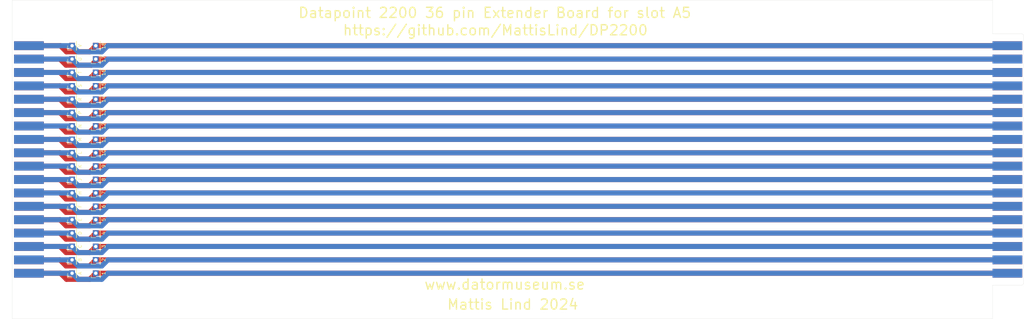
<source format=kicad_pcb>
(kicad_pcb (version 20240108) (generator "pcbnew") (generator_version "8.0")
  (layers (0 "F.Cu" signal) (31 "B.Cu" signal) (34 "B.Paste" user) (35 "F.Paste" user) (36 "B.SilkS" user "B.Silkscreen") (37 "F.SilkS" user "F.Silkscreen") (38 "B.Mask" user) (39 "F.Mask" user) (44 "Edge.Cuts" user))
  (net 0 "")
  (net 1 "/7")
  (net 2 "/2")
  (net 3 "/15")
  (net 4 "/11")
  (net 5 "/K")
  (net 6 "/N")
  (net 7 "/18")
  (net 8 "/H")
  (net 9 "/E")
  (net 10 "/13")
  (net 11 "/A")
  (net 12 "/L")
  (net 13 "/5")
  (net 14 "/17")
  (net 15 "/T")
  (net 16 "/P")
  (net 17 "/C")
  (net 18 "/M")
  (net 19 "/J")
  (net 20 "/R")
  (net 21 "/F")
  (net 22 "/S")
  (net 23 "/8")
  (net 24 "/V")
  (net 25 "/1")
  (net 26 "/12")
  (net 27 "/B")
  (net 28 "/10")
  (net 29 "/U")
  (net 30 "/6")
  (net 31 "/16")
  (net 32 "/D")
  (net 33 "/3")
  (net 34 "/4")
  (net 35 "/9")
  (net 36 "/14")
  (footprint "Connector_PinHeader_2.54mm:PinHeader_1x01_P2.54mm_Vertical" (layer "F.Cu") (at 78 143.24 90)
    (property "Reference" "J9" (hide yes))
    (property "Value" "H" (at 0 2.33 -90) (layer "F.SilkS"))
    (pad "1" thru_hole rect (at 0 0 90) (size 1.7 1.7) (drill 1) (layers "*.Cu" "*.Mask") (net 8 "/H"))
  )
  (footprint "Connector_PinHeader_2.54mm:PinHeader_1x01_P2.54mm_Vertical" (layer "F.Cu") (at 78 147.2 90)
    (property "Reference" "J8" (hide yes))
    (property "Value" "F" (at 0 2.33 -90) (layer "F.SilkS"))
    (pad "1" thru_hole rect (at 0 0 90) (size 1.7 1.7) (drill 1) (layers "*.Cu" "*.Mask") (net 21 "/F"))
  )
  (footprint "Connector_PinHeader_2.54mm:PinHeader_1x01_P2.54mm_Vertical" (layer "F.Cu") (at 85 159.08 90)
    (property "Reference" "J23" (hide yes))
    (property "Value" "3" (at 0 2.33 -90) (layer "F.SilkS"))
    (pad "1" thru_hole rect (at 0 0 90) (size 1.7 1.7) (drill 1) (layers "*.Cu" "*.Mask") (net 33 "/3"))
  )
  (footprint "Connector_PinHeader_2.54mm:PinHeader_1x01_P2.54mm_Vertical" (layer "F.Cu") (at 85 151.16 90)
    (property "Reference" "J25" (hide yes))
    (property "Value" "5" (at 0 2.33 -90) (layer "F.SilkS"))
    (pad "1" thru_hole rect (at 0 0 90) (size 1.7 1.7) (drill 1) (layers "*.Cu" "*.Mask") (net 13 "/5"))
  )
  (footprint "Connector_PinHeader_2.54mm:PinHeader_1x01_P2.54mm_Vertical" (layer "F.Cu") (at 78 151.16 90)
    (property "Reference" "J7" (hide yes))
    (property "Value" "E" (at 0 2.33 -90) (layer "F.SilkS"))
    (pad "1" thru_hole rect (at 0 0 90) (size 1.7 1.7) (drill 1) (layers "*.Cu" "*.Mask") (net 9 "/E"))
  )
  (footprint "Connector_PinHeader_2.54mm:PinHeader_1x01_P2.54mm_Vertical" (layer "F.Cu") (at 85 131.36 90)
    (property "Reference" "J30" (hide yes))
    (property "Value" "10" (at 0 2.33 -90) (layer "F.SilkS"))
    (pad "1" thru_hole rect (at 0 0 90) (size 1.7 1.7) (drill 1) (layers "*.Cu" "*.Mask") (net 28 "/10"))
  )
  (footprint "Connector_PinHeader_2.54mm:PinHeader_1x01_P2.54mm_Vertical" (layer "F.Cu") (at 85 127.4 90)
    (property "Reference" "J31" (hide yes))
    (property "Value" "11" (at 0 2.33 -90) (layer "F.SilkS"))
    (pad "1" thru_hole rect (at 0 0 90) (size 1.7 1.7) (drill 1) (layers "*.Cu" "*.Mask") (net 4 "/11"))
  )
  (footprint "Connector_PinHeader_2.54mm:PinHeader_1x01_P2.54mm_Vertical" (layer "F.Cu") (at 85 135.32 90)
    (property "Reference" "J29" (hide yes))
    (property "Value" "9" (at 0 2.33 -90) (layer "F.SilkS"))
    (pad "1" thru_hole rect (at 0 0 90) (size 1.7 1.7) (drill 1) (layers "*.Cu" "*.Mask") (net 35 "/9"))
  )
  (footprint "Connector_PinHeader_2.54mm:PinHeader_1x01_P2.54mm_Vertical" (layer "F.Cu") (at 85 147.2 90)
    (property "Reference" "J26" (hide yes))
    (property "Value" "6" (at 0 2.33 -90) (layer "F.SilkS"))
    (pad "1" thru_hole rect (at 0 0 90) (size 1.7 1.7) (drill 1) (layers "*.Cu" "*.Mask") (net 30 "/6"))
  )
  (footprint "CompLibFootprint:Datapoint_2200_36pin_female" (layer "F.Cu") (at 56.92 167.03 90)
    (property "Reference" "J1" (hide yes))
    (property "Value" "~")
    (pad "1" smd rect (at 0.03 8.3 90) (size 2.6 8.8) (layers "F.Cu" "F.Mask") (net 25 "/1"))
    (pad "2" smd rect (at 3.99 8.3 90) (size 2.6 8.8) (layers "F.Cu" "F.Mask") (net 2 "/2"))
    (pad "3" smd rect (at 7.95 8.3 90) (size 2.6 8.8) (layers "F.Cu" "F.Mask") (net 33 "/3"))
    (pad "4" smd rect (at 11.91 8.3 90) (size 2.6 8.8) (layers "F.Cu" "F.Mask") (net 34 "/4"))
    (pad "5" smd rect (at 15.87 8.3 90) (size 2.6 8.8) (layers "F.Cu" "F.Mask") (net 13 "/5"))
    (pad "6" smd rect (at 19.83 8.3 90) (size 2.6 8.8) (layers "F.Cu" "F.Mask") (net 30 "/6"))
    (pad "7" smd rect (at 23.79 8.3 90) (size 2.6 8.8) (layers "F.Cu" "F.Mask") (net 1 "/7"))
    (pad "8" smd rect (at 27.75 8.3 90) (size 2.6 8.8) (layers "F.Cu" "F.Mask") (net 23 "/8"))
    (pad "9" smd rect (at 31.71 8.3 90) (size 2.6 8.8) (layers "F.Cu" "F.Mask") (net 35 "/9"))
    (pad "10" smd rect (at 35.67 8.3 90) (size 2.6 8.8) (layers "F.Cu" "F.Mask") (net 28 "/10"))
    (pad "11" smd rect (at 39.63 8.3 90) (size 2.6 8.8) (layers "F.Cu" "F.Mask") (net 4 "/11"))
    (pad "12" smd rect (at 43.59 8.3 90) (size 2.6 8.8) (layers "F.Cu" "F.Mask") (net 26 "/12"))
    (pad "13" smd rect (at 47.55 8.3 90) (size 2.6 8.8) (layers "F.Cu" "F.Mask") (net 10 "/13"))
    (pad "14" smd rect (at 51.51 8.3 90) (size 2.6 8.8) (layers "F.Cu" "F.Mask") (net 36 "/14"))
    (pad "15" smd rect (at 55.47 8.3 90) (size 2.6 8.8) (layers "F.Cu" "F.Mask") (net 3 "/15"))
    (pad "16" smd rect (at 59.43 8.3 90) (size 2.6 8.8) (layers "F.Cu" "F.Mask") (net 31 "/16"))
    (pad "17" smd rect (at 63.39 8.3 90) (size 2.6 8.8) (layers "F.Cu" "F.Mask") (net 14 "/17"))
    (pad "18" smd rect (at 67.35 8.3 90) (size 2.6 8.8) (layers "F.Cu" "F.Mask") (net 7 "/18"))
    (pad "A" smd rect (at 0.03 8.3 90) (size 2.6 8.8) (layers "B.Cu" "B.Mask") (net 11 "/A"))
    (pad "B" smd rect (at 3.99 8.3 90) (size 2.6 8.8) (layers "B.Cu" "B.Mask") (net 27 "/B"))
    (pad "C" smd rect (at 7.95 8.3 90) (size 2.6 8.8) (layers "B.Cu" "B.Mask") (net 17 "/C"))
    (pad "D" smd rect (at 11.91 8.3 90) (size 2.6 8.8) (layers "B.Cu" "B.Mask") (net 32 "/D"))
    (pad "E" smd rect (at 15.87 8.3 90) (size 2.6 8.8) (layers "B.Cu" "B.Mask") (net 9 "/E"))
    (pad "F" smd rect (at 19.83 8.3 90) (size 2.6 8.8) (layers "B.Cu" "B.Mask") (net 21 "/F"))
    (pad "H" smd rect (at 23.79 8.3 90) (size 2.6 8.8) (layers "B.Cu" "B.Mask") (net 8 "/H"))
    (pad "J" smd rect (at 27.75 8.3 90) (size 2.6 8.8) (layers "B.Cu" "B.Mask") (net 19 "/J"))
    (pad "K" smd rect (at 31.71 8.3 90) (size 2.6 8.8) (layers "B.Cu" "B.Mask") (net 5 "/K"))
    (pad "L" smd rect (at 35.67 8.3 90) (size 2.6 8.8) (layers "B.Cu" "B.Mask") (net 12 "/L"))
    (pad "M" smd rect (at 39.63 8.3 90) (size 2.6 8.8) (layers "B.Cu" "B.Mask") (net 18 "/M"))
    (pad "N" smd rect (at 43.59 8.3 90) (size 2.6 8.8) (layers "B.Cu" "B.Mask") (net 6 "/N"))
    (pad "P" smd rect (at 47.55 8.3 90) (size 2.6 8.8) (layers "B.Cu" "B.Mask") (net 16 "/P"))
    (pad "R" smd rect (at 51.51 8.3 90) (size 2.6 8.8) (layers "B.Cu" "B.Mask") (net 20 "/R"))
    (pad "S" smd rect (at 55.47 8.3 90) (size 2.6 8.8) (layers "B.Cu" "B.Mask") (net 22 "/S"))
    (pad "T" smd rect (at 59.43 8.3 90) (size 2.6 8.8) (layers "B.Cu" "B.Mask") (net 15 "/T"))
    (pad "U" smd rect (at 63.39 8.3 90) (size 2.6 8.8) (layers "B.Cu" "B.Mask") (net 29 "/U"))
    (pad "V" smd rect (at 67.35 8.3 90) (size 2.6 8.8) (layers "B.Cu" "B.Mask") (net 24 "/V"))
  )
  (footprint "Connector_PinHeader_2.54mm:PinHeader_1x01_P2.54mm_Vertical" (layer "F.Cu") (at 78 167 90)
    (property "Reference" "J3" (hide yes))
    (property "Value" "A" (at 0 2.33 -90) (layer "F.SilkS"))
    (pad "1" thru_hole rect (at 0 0 90) (size 1.7 1.7) (drill 1) (layers "*.Cu" "*.Mask") (net 11 "/A"))
  )
  (footprint "Connector_PinHeader_2.54mm:PinHeader_1x01_P2.54mm_Vertical" (layer "F.Cu") (at 85 111.56 90)
    (property "Reference" "J35" (hide yes))
    (property "Value" "15" (at 0 2.33 -90) (layer "F.SilkS"))
    (pad "1" thru_hole rect (at 0 0 90) (size 1.7 1.7) (drill 1) (layers "*.Cu" "*.Mask") (net 3 "/15"))
  )
  (footprint "Connector_PinHeader_2.54mm:PinHeader_1x01_P2.54mm_Vertical" (layer "F.Cu") (at 78 131.36 90)
    (property "Reference" "J12" (hide yes))
    (property "Value" "L" (at 0 2.33 -90) (layer "F.SilkS"))
    (pad "1" thru_hole rect (at 0 0 90) (size 1.7 1.7) (drill 1) (layers "*.Cu" "*.Mask") (net 12 "/L"))
  )
  (footprint "Connector_PinHeader_2.54mm:PinHeader_1x01_P2.54mm_Vertical" (layer "F.Cu") (at 78 123.44 90)
    (property "Reference" "J14" (hide yes))
    (property "Value" "N" (at 0 2.33 -90) (layer "F.SilkS"))
    (pad "1" thru_hole rect (at 0 0 90) (size 1.7 1.7) (drill 1) (layers "*.Cu" "*.Mask") (net 6 "/N"))
  )
  (footprint "Connector_PinHeader_2.54mm:PinHeader_1x01_P2.54mm_Vertical" (layer "F.Cu") (at 85 143.24 90)
    (property "Reference" "J27" (hide yes))
    (property "Value" "7" (at 0 2.33 -90) (layer "F.SilkS"))
    (pad "1" thru_hole rect (at 0 0 90) (size 1.7 1.7) (drill 1) (layers "*.Cu" "*.Mask") (net 1 "/7"))
  )
  (footprint "Connector_PinHeader_2.54mm:PinHeader_1x01_P2.54mm_Vertical" (layer "F.Cu") (at 78 115.52 90)
    (property "Reference" "J16" (hide yes))
    (property "Value" "R" (at 0 2.33 -90) (layer "F.SilkS"))
    (pad "1" thru_hole rect (at 0 0 90) (size 1.7 1.7) (drill 1) (layers "*.Cu" "*.Mask") (net 20 "/R"))
  )
  (footprint "CompLibFootprint:Datapoint_2200_36pin_male" (layer "F.Cu") (at 346.72 170.9 90)
    (property "Reference" "J2" (hide yes))
    (property "Value" "~")
    (fp_line (start 74.72 12.4) (end 74.72 3.6) (stroke (width 0.05)) (layer "Edge.Cuts"))
    (fp_line (start 74.72 12.4) (end 74.32 12.9) (stroke (width 0.05)) (layer "Edge.Cuts"))
    (fp_line (start 0.4 12.4) (end 0.4 3.6) (stroke (width 0.05)) (layer "Edge.Cuts"))
    (fp_line (start 57.37 12.9) (end 74.32 12.9) (stroke (width 0.05)) (layer "Edge.Cuts"))
    (fp_line (start 57.37 12.9) (end 57.35 12.9) (stroke (width 0.05)) (layer "Edge.Cuts"))
    (fp_line (start 57.35 12.9) (end 2.6 12.9) (stroke (width 0.05)) (layer "Edge.Cuts"))
    (fp_line (start 2.6 12.9) (end 0.9 12.9) (stroke (width 0.05)) (layer "Edge.Cuts"))
    (fp_line (start 0.9 12.9) (end 0.4 12.4) (stroke (width 0.05)) (layer "Edge.Cuts"))
    (pad "1" smd rect (at 3.9 8 90) (size 2.6 8.8) (layers "F.Cu" "F.Mask") (net 25 "/1"))
    (pad "2" smd rect (at 7.86 8 90) (size 2.6 8.8) (layers "F.Cu" "F.Mask") (net 2 "/2"))
    (pad "3" smd rect (at 11.82 8 90) (size 2.6 8.8) (layers "F.Cu" "F.Mask") (net 33 "/3"))
    (pad "4" smd rect (at 15.78 8 90) (size 2.6 8.8) (layers "F.Cu" "F.Mask") (net 34 "/4"))
    (pad "5" smd rect (at 19.74 8 90) (size 2.6 8.8) (layers "F.Cu" "F.Mask") (net 13 "/5"))
    (pad "6" smd rect (at 23.7 8 90) (size 2.6 8.8) (layers "F.Cu" "F.Mask") (net 30 "/6"))
    (pad "7" smd rect (at 27.66 8 90) (size 2.6 8.8) (layers "F.Cu" "F.Mask") (net 1 "/7"))
    (pad "8" smd rect (at 31.62 8 90) (size 2.6 8.8) (layers "F.Cu" "F.Mask") (net 23 "/8"))
    (pad "9" smd rect (at 35.58 8 90) (size 2.6 8.8) (layers "F.Cu" "F.Mask") (net 35 "/9"))
    (pad "10" smd rect (at 39.54 8 90) (size 2.6 8.8) (layers "F.Cu" "F.Mask") (net 28 "/10"))
    (pad "11" smd rect (at 43.5 8 90) (size 2.6 8.8) (layers "F.Cu" "F.Mask") (net 4 "/11"))
    (pad "12" smd rect (at 47.46 8 90) (size 2.6 8.8) (layers "F.Cu" "F.Mask") (net 26 "/12"))
    (pad "13" smd rect (at 51.42 8 90) (size 2.6 8.8) (layers "F.Cu" "F.Mask") (net 10 "/13"))
    (pad "14" smd rect (at 55.38 8 90) (size 2.6 8.8) (layers "F.Cu" "F.Mask") (net 36 "/14"))
    (pad "15" smd rect (at 59.34 8 90) (size 2.6 8.8) (layers "F.Cu" "F.Mask") (net 3 "/15"))
    (pad "16" smd rect (at 63.3 8 90) (size 2.6 8.8) (layers "F.Cu" "F.Mask") (net 31 "/16"))
    (pad "17" smd rect (at 67.26 8 90) (size 2.6 8.8) (layers "F.Cu" "F.Mask") (net 14 "/17"))
    (pad "18" smd rect (at 71.22 8 90) (size 2.6 8.8) (layers "F.Cu" "F.Mask") (net 7 "/18"))
    (pad "A" smd rect (at 3.9 8 90) (size 2.6 8.8) (layers "B.Cu" "B.Mask") (net 11 "/A"))
    (pad "B" smd rect (at 7.86 8 90) (size 2.6 8.8) (layers "B.Cu" "B.Mask") (net 27 "/B"))
    (pad "C" smd rect (at 11.82 8 90) (size 2.6 8.8) (layers "B.Cu" "B.Mask") (net 17 "/C"))
    (pad "D" smd rect (at 15.78 8 90) (size 2.6 8.8) (layers "B.Cu" "B.Mask") (net 32 "/D"))
    (pad "E" smd rect (at 19.74 8 90) (size 2.6 8.8) (layers "B.Cu" "B.Mask") (net 9 "/E"))
    (pad "F" smd rect (at 23.7 8 90) (size 2.6 8.8) (layers "B.Cu" "B.Mask") (net 21 "/F"))
    (pad "H" smd rect (at 27.66 8 90) (size 2.6 8.8) (layers "B.Cu" "B.Mask") (net 8 "/H"))
    (pad "J" smd rect (at 31.62 8 90) (size 2.6 8.8) (layers "B.Cu" "B.Mask") (net 19 "/J"))
    (pad "K" smd rect (at 35.58 8 90) (size 2.6 8.8) (layers "B.Cu" "B.Mask") (net 5 "/K"))
    (pad "L" smd rect (at 39.54 8 90) (size 2.6 8.8) (layers "B.Cu" "B.Mask") (net 12 "/L"))
    (pad "M" smd rect (at 43.5 8 90) (size 2.6 8.8) (layers "B.Cu" "B.Mask") (net 18 "/M"))
    (pad "N" smd rect (at 47.46 8 90) (size 2.6 8.8) (layers "B.Cu" "B.Mask") (net 6 "/N"))
    (pad "P" smd rect (at 51.42 8 90) (size 2.6 8.8) (layers "B.Cu" "B.Mask") (net 16 "/P"))
    (pad "R" smd rect (at 55.38 8 90) (size 2.6 8.8) (layers "B.Cu" "B.Mask") (net 20 "/R"))
    (pad "S" smd rect (at 59.34 8 90) (size 2.6 8.8) (layers "B.Cu" "B.Mask") (net 22 "/S"))
    (pad "T" smd rect (at 63.3 8 90) (size 2.6 8.8) (layers "B.Cu" "B.Mask") (net 15 "/T"))
    (pad "U" smd rect (at 67.26 8 90) (size 2.6 8.8) (layers "B.Cu" "B.Mask") (net 29 "/U"))
    (pad "V" smd rect (at 71.22 8 90) (size 2.6 8.8) (layers "B.Cu" "B.Mask") (net 24 "/V"))
  )
  (footprint "Connector_PinHeader_2.54mm:PinHeader_1x01_P2.54mm_Vertical" (layer "F.Cu") (at 85 99.68 90)
    (property "Reference" "J38" (hide yes))
    (property "Value" "18" (at 0 2.33 -90) (layer "F.SilkS"))
    (pad "1" thru_hole rect (at 0 0 90) (size 1.7 1.7) (drill 1) (layers "*.Cu" "*.Mask") (net 7 "/18"))
  )
  (footprint "Connector_PinHeader_2.54mm:PinHeader_1x01_P2.54mm_Vertical" (layer "F.Cu") (at 78 99.68 90)
    (property "Reference" "J20" (hide yes))
    (property "Value" "V" (at 0 2.33 -90) (layer "F.SilkS"))
    (pad "1" thru_hole rect (at 0 0 90) (size 1.7 1.7) (drill 1) (layers "*.Cu" "*.Mask") (net 24 "/V"))
  )
  (footprint "Connector_PinHeader_2.54mm:PinHeader_1x01_P2.54mm_Vertical" (layer "F.Cu") (at 78 111.56 90)
    (property "Reference" "J17" (hide yes))
    (property "Value" "S" (at 0 2.33 -90) (layer "F.SilkS"))
    (pad "1" thru_hole rect (at 0 0 90) (size 1.7 1.7) (drill 1) (layers "*.Cu" "*.Mask") (net 22 "/S"))
  )
  (footprint "Connector_PinHeader_2.54mm:PinHeader_1x01_P2.54mm_Vertical" (layer "F.Cu") (at 85 139.28 90)
    (property "Reference" "J28" (hide yes))
    (property "Value" "8" (at 0 2.33 -90) (layer "F.SilkS"))
    (pad "1" thru_hole rect (at 0 0 90) (size 1.7 1.7) (drill 1) (layers "*.Cu" "*.Mask") (net 23 "/8"))
  )
  (footprint "Connector_PinHeader_2.54mm:PinHeader_1x01_P2.54mm_Vertical" (layer "F.Cu") (at 85 123.44 90)
    (property "Reference" "J32" (hide yes))
    (property "Value" "12" (at 0 2.33 -90) (layer "F.SilkS"))
    (pad "1" thru_hole rect (at 0 0 90) (size 1.7 1.7) (drill 1) (layers "*.Cu" "*.Mask") (net 26 "/12"))
  )
  (footprint "Connector_PinHeader_2.54mm:PinHeader_1x01_P2.54mm_Vertical" (layer "F.Cu") (at 78 119.48 90)
    (property "Reference" "J15" (hide yes))
    (property "Value" "P" (at 0 2.33 -90) (layer "F.SilkS"))
    (pad "1" thru_hole rect (at 0 0 90) (size 1.7 1.7) (drill 1) (layers "*.Cu" "*.Mask") (net 16 "/P"))
  )
  (footprint "Connector_PinHeader_2.54mm:PinHeader_1x01_P2.54mm_Vertical" (layer "F.Cu") (at 85 103.64 90)
    (property "Reference" "J37" (hide yes))
    (property "Value" "17" (at 0 2.33 -90) (layer "F.SilkS"))
    (pad "1" thru_hole rect (at 0 0 90) (size 1.7 1.7) (drill 1) (layers "*.Cu" "*.Mask") (net 14 "/17"))
  )
  (footprint "Connector_PinHeader_2.54mm:PinHeader_1x01_P2.54mm_Vertical" (layer "F.Cu") (at 78 163.04 90)
    (property "Reference" "J4" (hide yes))
    (property "Value" "B" (at 0 2.33 -90) (layer "F.SilkS"))
    (pad "1" thru_hole rect (at 0 0 90) (size 1.7 1.7) (drill 1) (layers "*.Cu" "*.Mask") (net 27 "/B"))
  )
  (footprint "Connector_PinHeader_2.54mm:PinHeader_1x01_P2.54mm_Vertical" (layer "F.Cu") (at 78 127.4 90)
    (property "Reference" "J13" (hide yes))
    (property "Value" "M" (at 0 2.33 -90) (layer "F.SilkS"))
    (pad "1" thru_hole rect (at 0 0 90) (size 1.7 1.7) (drill 1) (layers "*.Cu" "*.Mask") (net 18 "/M"))
  )
  (footprint "Connector_PinHeader_2.54mm:PinHeader_1x01_P2.54mm_Vertical" (layer "F.Cu") (at 78 139.28 90)
    (property "Reference" "J10" (hide yes))
    (property "Value" "J" (at 0 2.33 -90) (layer "F.SilkS"))
    (pad "1" thru_hole rect (at 0 0 90) (size 1.7 1.7) (drill 1) (layers "*.Cu" "*.Mask") (net 19 "/J"))
  )
  (footprint "Connector_PinHeader_2.54mm:PinHeader_1x01_P2.54mm_Vertical" (layer "F.Cu") (at 85 107.6 90)
    (property "Reference" "J36" (hide yes))
    (property "Value" "16" (at 0 2.33 -90) (layer "F.SilkS"))
    (pad "1" thru_hole rect (at 0 0 90) (size 1.7 1.7) (drill 1) (layers "*.Cu" "*.Mask") (net 31 "/16"))
  )
  (footprint "Connector_PinHeader_2.54mm:PinHeader_1x01_P2.54mm_Vertical" (layer "F.Cu") (at 78 107.6 90)
    (property "Reference" "J18" (hide yes))
    (property "Value" "T" (at 0 2.33 -90) (layer "F.SilkS"))
    (pad "1" thru_hole rect (at 0 0 90) (size 1.7 1.7) (drill 1) (layers "*.Cu" "*.Mask") (net 15 "/T"))
  )
  (footprint "Connector_PinHeader_2.54mm:PinHeader_1x01_P2.54mm_Vertical" (layer "F.Cu") (at 78 159.08 90)
    (property "Reference" "J5" (hide yes))
    (property "Value" "C" (at 0 2.33 -90) (layer "F.SilkS"))
    (pad "1" thru_hole rect (at 0 0 90) (size 1.7 1.7) (drill 1) (layers "*.Cu" "*.Mask") (net 17 "/C"))
  )
  (footprint "Connector_PinHeader_2.54mm:PinHeader_1x01_P2.54mm_Vertical" (layer "F.Cu") (at 85 163.04 90)
    (property "Reference" "J22" (hide yes))
    (property "Value" "2" (at 0 2.33 -90) (layer "F.SilkS"))
    (pad "1" thru_hole rect (at 0 0 90) (size 1.7 1.7) (drill 1) (layers "*.Cu" "*.Mask") (net 2 "/2"))
  )
  (footprint "Connector_PinHeader_2.54mm:PinHeader_1x01_P2.54mm_Vertical" (layer "F.Cu") (at 85 115.52 90)
    (property "Reference" "J34" (hide yes))
    (property "Value" "14" (at 0 2.33 -90) (layer "F.SilkS"))
    (pad "1" thru_hole rect (at 0 0 90) (size 1.7 1.7) (drill 1) (layers "*.Cu" "*.Mask") (net 36 "/14"))
  )
  (footprint "Connector_PinHeader_2.54mm:PinHeader_1x01_P2.54mm_Vertical" (layer "F.Cu") (at 85 167 90)
    (property "Reference" "J21" (hide yes))
    (property "Value" "1" (at 0 2.33 -90) (layer "F.SilkS"))
    (pad "1" thru_hole rect (at 0 0 90) (size 1.7 1.7) (drill 1) (layers "*.Cu" "*.Mask") (net 25 "/1"))
  )
  (footprint "Connector_PinHeader_2.54mm:PinHeader_1x01_P2.54mm_Vertical" (layer "F.Cu") (at 85 155.12 90)
    (property "Reference" "J24" (hide yes))
    (property "Value" "4" (at 0 2.33 -90) (layer "F.SilkS"))
    (pad "1" thru_hole rect (at 0 0 90) (size 1.7 1.7) (drill 1) (layers "*.Cu" "*.Mask") (net 34 "/4"))
  )
  (footprint "Connector_PinHeader_2.54mm:PinHeader_1x01_P2.54mm_Vertical" (layer "F.Cu") (at 85 119.48 90)
    (property "Reference" "J33" (hide yes))
    (property "Value" "13" (at 0 2.33 -90) (layer "F.SilkS"))
    (pad "1" thru_hole rect (at 0 0 90) (size 1.7 1.7) (drill 1) (layers "*.Cu" "*.Mask") (net 10 "/13"))
  )
  (footprint "Connector_PinHeader_2.54mm:PinHeader_1x01_P2.54mm_Vertical" (layer "F.Cu") (at 78 103.64 90)
    (property "Reference" "J19" (hide yes))
    (property "Value" "U" (at 0 2.33 -90) (layer "F.SilkS"))
    (pad "1" thru_hole rect (at 0 0 90) (size 1.7 1.7) (drill 1) (layers "*.Cu" "*.Mask") (net 29 "/U"))
  )
  (footprint "Connector_PinHeader_2.54mm:PinHeader_1x01_P2.54mm_Vertical" (layer "F.Cu") (at 78 135.32 90)
    (property "Reference" "J11" (hide yes))
    (property "Value" "K" (at 0 2.33 -90) (layer "F.SilkS"))
    (pad "1" thru_hole rect (at 0 0 90) (size 1.7 1.7) (drill 1) (layers "*.Cu" "*.Mask") (net 5 "/K"))
  )
  (footprint "Connector_PinHeader_2.54mm:PinHeader_1x01_P2.54mm_Vertical" (layer "F.Cu") (at 78 155.12 90)
    (property "Reference" "J6" (hide yes))
    (property "Value" "D" (at 0 2.33 -90) (layer "F.SilkS"))
    (pad "1" thru_hole rect (at 0 0 90) (size 1.7 1.7) (drill 1) (layers "*.Cu" "*.Mask") (net 32 "/D"))
  )
  (gr_line (start 350.32 180.5) (end 60.32 180.5) (stroke (width 0.05)) (layer "Edge.Cuts"))
  (gr_line (start 350.32 170.5) (end 350.32 180.5) (stroke (width 0.05)) (layer "Edge.Cuts"))
  (gr_line (start 350.32 96.18) (end 350.32 86.18) (stroke (width 0.05)) (layer "Edge.Cuts"))
  (gr_line (start 350.32 86.18) (end 60.32 86.18) (stroke (width 0.05)) (layer "Edge.Cuts"))
  (gr_line (start 60.32 180.5) (end 60.32 86.18) (stroke (width 0.05)) (layer "Edge.Cuts"))
  (gr_text "https://github.com/MattisLind/DP2200" (at 157.91 96.85 0) (layer "F.SilkS") (effects (font (size 3 3) (thickness 0.4)) (justify left bottom)))
  (gr_text "Datapoint 2200 36 pin Extender Board for slot A5" (at 144.73 91.7 0) (layer "F.SilkS") (effects (font (size 3 3) (thickness 0.4)) (justify left bottom)))
  (gr_text "Mattis Lind 2024" (at 188.75 177.99 0) (layer "F.SilkS") (effects (font (size 3 3) (thickness 0.4)) (justify left bottom)))
  (gr_text "www.datormuseum.se" (at 182.02 172.07 0) (layer "F.SilkS") (effects (font (size 3 3) (thickness 0.4)) (justify left bottom)))
  (segment (start 65.22 143.24) (end 74.4 143.24) (width 1.5) (layer "F.Cu") (net 1))
  (segment (start 74.4 143.24) (end 76.2 145.04) (width 1.5) (layer "F.Cu") (net 1))
  (segment (start 85 143.24) (end 354.72 143.24) (width 1.5) (layer "F.Cu") (net 1))
  (segment (start 76.2 145.04) (end 83.2 145.04) (width 1.5) (layer "F.Cu") (net 1))
  (segment (start 83.2 145.04) (end 85 143.24) (width 1.5) (layer "F.Cu") (net 1))
  (segment (start 76.2 164.84) (end 83.2 164.84) (width 1.5) (layer "F.Cu") (net 2))
  (segment (start 83.2 164.84) (end 85 163.04) (width 1.5) (layer "F.Cu") (net 2))
  (segment (start 354.72 163.04) (end 85 163.04) (width 1.5) (layer "F.Cu") (net 2))
  (segment (start 74.4 163.04) (end 76.2 164.84) (width 1.5) (layer "F.Cu") (net 2))
  (segment (start 65.22 163.04) (end 74.4 163.04) (width 1.5) (layer "F.Cu") (net 2))
  (segment (start 85 111.56) (end 354.72 111.56) (width 1.5) (layer "F.Cu") (net 3))
  (segment (start 74.4 111.56) (end 76.2 113.36) (width 1.5) (layer "F.Cu") (net 3))
  (segment (start 65.22 111.56) (end 74.4 111.56) (width 1.5) (layer "F.Cu") (net 3))
  (segment (start 76.2 113.36) (end 83.2 113.36) (width 1.5) (layer "F.Cu") (net 3))
  (segment (start 83.2 113.36) (end 85 111.56) (width 1.5) (layer "F.Cu") (net 3))
  (segment (start 83.2 129.2) (end 85 127.4) (width 1.5) (layer "F.Cu") (net 4))
  (segment (start 74.4 127.4) (end 76.2 129.2) (width 1.5) (layer "F.Cu") (net 4))
  (segment (start 76.2 129.2) (end 83.2 129.2) (width 1.5) (layer "F.Cu") (net 4))
  (segment (start 65.22 127.4) (end 74.4 127.4) (width 1.5) (layer "F.Cu") (net 4))
  (segment (start 85 127.4) (end 354.72 127.4) (width 1.5) (layer "F.Cu") (net 4))
  (segment (start 78 135.32) (end 65.22 135.32) (width 1.5) (layer "B.Cu") (net 5))
  (segment (start 88.6 135.32) (end 86.8 137.12) (width 1.5) (layer "B.Cu") (net 5))
  (segment (start 354.72 135.32) (end 88.6 135.32) (width 1.5) (layer "B.Cu") (net 5))
  (segment (start 86.8 137.12) (end 79.8 137.12) (width 1.5) (layer "B.Cu") (net 5))
  (segment (start 79.8 137.12) (end 78 135.32) (width 1.5) (layer "B.Cu") (net 5))
  (segment (start 88.6 123.44) (end 86.8 125.24) (width 1.5) (layer "B.Cu") (net 6))
  (segment (start 78 123.44) (end 65.22 123.44) (width 1.5) (layer "B.Cu") (net 6))
  (segment (start 354.72 123.44) (end 88.6 123.44) (width 1.5) (layer "B.Cu") (net 6))
  (segment (start 79.8 125.24) (end 78 123.44) (width 1.5) (layer "B.Cu") (net 6))
  (segment (start 86.8 125.24) (end 79.8 125.24) (width 1.5) (layer "B.Cu") (net 6))
  (segment (start 74.51 99.68) (end 65.22 99.68) (width 1.5) (layer "F.Cu") (net 7))
  (segment (start 354.72 99.68) (end 85 99.68) (width 1.5) (layer "F.Cu") (net 7))
  (segment (start 76.31 101.48) (end 74.51 99.68) (width 1.5) (layer "F.Cu") (net 7))
  (segment (start 83.2 101.48) (end 76.31 101.48) (width 1.5) (layer "F.Cu") (net 7))
  (segment (start 85 99.68) (end 83.2 101.48) (width 1.5) (layer "F.Cu") (net 7))
  (segment (start 86.8 145.04) (end 79.8 145.04) (width 1.5) (layer "B.Cu") (net 8))
  (segment (start 79.8 145.04) (end 78 143.24) (width 1.5) (layer "B.Cu") (net 8))
  (segment (start 354.72 143.24) (end 88.6 143.24) (width 1.5) (layer "B.Cu") (net 8))
  (segment (start 78 143.24) (end 65.22 143.24) (width 1.5) (layer "B.Cu") (net 8))
  (segment (start 88.6 143.24) (end 86.8 145.04) (width 1.5) (layer "B.Cu") (net 8))
  (segment (start 88.6 151.16) (end 86.8 152.96) (width 1.5) (layer "B.Cu") (net 9))
  (segment (start 354.72 151.16) (end 88.6 151.16) (width 1.5) (layer "B.Cu") (net 9))
  (segment (start 79.8 152.96) (end 78 151.16) (width 1.5) (layer "B.Cu") (net 9))
  (segment (start 78 151.16) (end 65.22 151.16) (width 1.5) (layer "B.Cu") (net 9))
  (segment (start 86.8 152.96) (end 79.8 152.96) (width 1.5) (layer "B.Cu") (net 9))
  (segment (start 76.2 121.28) (end 83.2 121.28) (width 1.5) (layer "F.Cu") (net 10))
  (segment (start 74.4 119.48) (end 76.2 121.28) (width 1.5) (layer "F.Cu") (net 10))
  (segment (start 65.22 119.48) (end 74.4 119.48) (width 1.5) (layer "F.Cu") (net 10))
  (segment (start 83.2 121.28) (end 85 119.48) (width 1.5) (layer "F.Cu") (net 10))
  (segment (start 85 119.48) (end 354.72 119.48) (width 1.5) (layer "F.Cu") (net 10))
  (segment (start 88.58 167) (end 86.78 168.8) (width 1.5) (layer "B.Cu") (net 11))
  (segment (start 86.78 168.8) (end 79.8 168.8) (width 1.5) (layer "B.Cu") (net 11))
  (segment (start 78 167) (end 65.22 167) (width 1.5) (layer "B.Cu") (net 11))
  (segment (start 354.72 167) (end 88.58 167) (width 1.5) (layer "B.Cu") (net 11))
  (segment (start 79.8 168.8) (end 78 167) (width 1.5) (layer "B.Cu") (net 11))
  (segment (start 86.8 133.16) (end 79.8 133.16) (width 1.5) (layer "B.Cu") (net 12))
  (segment (start 79.8 133.16) (end 78 131.36) (width 1.5) (layer "B.Cu") (net 12))
  (segment (start 88.6 131.36) (end 86.8 133.16) (width 1.5) (layer "B.Cu") (net 12))
  (segment (start 78 131.36) (end 65.22 131.36) (width 1.5) (layer "B.Cu") (net 12))
  (segment (start 354.72 131.36) (end 88.6 131.36) (width 1.5) (layer "B.Cu") (net 12))
  (segment (start 83.2 152.96) (end 85 151.16) (width 1.5) (layer "F.Cu") (net 13))
  (segment (start 65.22 151.16) (end 74.4 151.16) (width 1.5) (layer "F.Cu") (net 13))
  (segment (start 74.4 151.16) (end 76.2 152.96) (width 1.5) (layer "F.Cu") (net 13))
  (segment (start 76.2 152.96) (end 83.2 152.96) (width 1.5) (layer "F.Cu") (net 13))
  (segment (start 85 151.16) (end 354.72 151.16) (width 1.5) (layer "F.Cu") (net 13))
  (segment (start 83.73 105.44) (end 85.53 103.64) (width 1.5) (layer "F.Cu") (net 14))
  (segment (start 85 103.64) (end 354.72 103.64) (width 1.5) (layer "F.Cu") (net 14))
  (segment (start 65.22 103.64) (end 74.4 103.64) (width 1.5) (layer "F.Cu") (net 14))
  (segment (start 76.2 105.44) (end 83.73 105.44) (width 1.5) (layer "F.Cu") (net 14))
  (segment (start 74.4 103.64) (end 76.2 105.44) (width 1.5) (layer "F.Cu") (net 14))
  (segment (start 79.8 109.4) (end 78 107.6) (width 1.5) (layer "B.Cu") (net 15))
  (segment (start 354.72 107.6) (end 88.37 107.6) (width 1.5) (layer "B.Cu") (net 15))
  (segment (start 86.57 109.4) (end 79.8 109.4) (width 1.5) (layer "B.Cu") (net 15))
  (segment (start 88.37 107.6) (end 86.57 109.4) (width 1.5) (layer "B.Cu") (net 15))
  (segment (start 78 107.6) (end 65.22 107.6) (width 1.5) (layer "B.Cu") (net 15))
  (segment (start 86.8 121.28) (end 79.8 121.28) (width 1.5) (layer "B.Cu") (net 16))
  (segment (start 88.6 119.48) (end 86.8 121.28) (width 1.5) (layer "B.Cu") (net 16))
  (segment (start 79.8 121.28) (end 78 119.48) (width 1.5) (layer "B.Cu") (net 16))
  (segment (start 354.72 119.48) (end 88.6 119.48) (width 1.5) (layer "B.Cu") (net 16))
  (segment (start 78 119.48) (end 65.22 119.48) (width 1.5) (layer "B.Cu") (net 16))
  (segment (start 354.72 159.08) (end 88.6 159.08) (width 1.5) (layer "B.Cu") (net 17))
  (segment (start 79.8 160.88) (end 78 159.08) (width 1.5) (layer "B.Cu") (net 17))
  (segment (start 86.8 160.88) (end 79.8 160.88) (width 1.5) (layer "B.Cu") (net 17))
  (segment (start 88.6 159.08) (end 86.8 160.88) (width 1.5) (layer "B.Cu") (net 17))
  (segment (start 78 159.08) (end 65.22 159.08) (width 1.5) (layer "B.Cu") (net 17))
  (segment (start 78 127.4) (end 65.22 127.4) (width 1.5) (layer "B.Cu") (net 18))
  (segment (start 79.8 129.2) (end 78 127.4) (width 1.5) (layer "B.Cu") (net 18))
  (segment (start 354.72 127.4) (end 88.6 127.4) (width 1.5) (layer "B.Cu") (net 18))
  (segment (start 88.6 127.4) (end 86.8 129.2) (width 1.5) (layer "B.Cu") (net 18))
  (segment (start 86.8 129.2) (end 79.8 129.2) (width 1.5) (layer "B.Cu") (net 18))
  (segment (start 79.8 141.08) (end 78 139.28) (width 1.5) (layer "B.Cu") (net 19))
  (segment (start 354.72 139.28) (end 88.6 139.28) (width 1.5) (layer "B.Cu") (net 19))
  (segment (start 78 139.28) (end 65.22 139.28) (width 1.5) (layer "B.Cu") (net 19))
  (segment (start 88.6 139.28) (end 86.8 141.08) (width 1.5) (layer "B.Cu") (net 19))
  (segment (start 86.8 141.08) (end 79.8 141.08) (width 1.5) (layer "B.Cu") (net 19))
  (segment (start 88.6 115.52) (end 86.8 117.32) (width 1.5) (layer "B.Cu") (net 20))
  (segment (start 79.7 117.32) (end 77.9 115.52) (width 1.5) (layer "B.Cu") (net 20))
  (segment (start 354.72 115.52) (end 88.6 115.52) (width 1.5) (layer "B.Cu") (net 20))
  (segment (start 86.8 117.32) (end 79.7 117.32) (width 1.5) (layer "B.Cu") (net 20))
  (segment (start 78 115.52) (end 65.22 115.52) (width 1.5) (layer "B.Cu") (net 20))
  (segment (start 88.6 147.2) (end 86.8 149) (width 1.5) (layer "B.Cu") (net 21))
  (segment (start 354.72 147.2) (end 88.6 147.2) (width 1.5) (layer "B.Cu") (net 21))
  (segment (start 79.8 149) (end 78 147.2) (width 1.5) (layer "B.Cu") (net 21))
  (segment (start 78 147.2) (end 65.22 147.2) (width 1.5) (layer "B.Cu") (net 21))
  (segment (start 86.8 149) (end 79.8 149) (width 1.5) (layer "B.Cu") (net 21))
  (segment (start 88.6 111.56) (end 86.8 113.36) (width 1.5) (layer "B.Cu") (net 22))
  (segment (start 78 111.56) (end 65.22 111.56) (width 1.5) (layer "B.Cu") (net 22))
  (segment (start 79.8 113.36) (end 78 111.56) (width 1.5) (layer "B.Cu") (net 22))
  (segment (start 86.8 113.36) (end 79.8 113.36) (width 1.5) (layer "B.Cu") (net 22))
  (segment (start 354.72 111.56) (end 88.6 111.56) (width 1.5) (layer "B.Cu") (net 22))
  (segment (start 76.2 141.08) (end 83.2 141.08) (width 1.5) (layer "F.Cu") (net 23))
  (segment (start 65.22 139.28) (end 74.4 139.28) (width 1.5) (layer "F.Cu") (net 23))
  (segment (start 83.2 141.08) (end 85 139.28) (width 1.5) (layer "F.Cu") (net 23))
  (segment (start 354.72 139.28) (end 85 139.28) (width 1.5) (layer "F.Cu") (net 23))
  (segment (start 74.4 139.28) (end 76.2 141.08) (width 1.5) (layer "F.Cu") (net 23))
  (segment (start 86.8 101.48) (end 79.8 101.48) (width 1.5) (layer "B.Cu") (net 24))
  (segment (start 65.22 99.68) (end 78 99.68) (width 1.5) (layer "B.Cu") (net 24))
  (segment (start 354.72 99.68) (end 88.6 99.68) (width 1.5) (layer "B.Cu") (net 24))
  (segment (start 79.8 101.48) (end 78 99.68) (width 1.5) (layer "B.Cu") (net 24))
  (segment (start 88.6 99.68) (end 86.8 101.48) (width 1.5) (layer "B.Cu") (net 24))
  (segment (start 76.35 168.8) (end 83.2 168.8) (width 1.5) (layer "F.Cu") (net 25))
  (segment (start 74.55 167) (end 76.35 168.8) (width 1.5) (layer "F.Cu") (net 25))
  (segment (start 65.22 167) (end 74.55 167) (width 1.5) (layer "F.Cu") (net 25))
  (segment (start 83.2 168.8) (end 85 167) (width 1.5) (layer "F.Cu") (net 25))
  (segment (start 354.72 167) (end 85 167) (width 1.5) (layer "F.Cu") (net 25))
  (segment (start 76.2 125.24) (end 83.2 125.24) (width 1.5) (layer "F.Cu") (net 26))
  (segment (start 354.72 123.44) (end 85 123.44) (width 1.5) (layer "F.Cu") (net 26))
  (segment (start 65.22 123.44) (end 74.4 123.44) (width 1.5) (layer "F.Cu") (net 26))
  (segment (start 74.4 123.44) (end 76.2 125.24) (width 1.5) (layer "F.Cu") (net 26))
  (segment (start 83.2 125.24) (end 85 123.44) (width 1.5) (layer "F.Cu") (net 26))
  (segment (start 78 163.04) (end 65.22 163.04) (width 1.5) (layer "B.Cu") (net 27))
  (segment (start 79.8 164.84) (end 78 163.04) (width 1.5) (layer "B.Cu") (net 27))
  (segment (start 354.72 163.04) (end 88.6 163.04) (width 1.5) (layer "B.Cu") (net 27))
  (segment (start 88.6 163.04) (end 86.8 164.84) (width 1.5) (layer "B.Cu") (net 27))
  (segment (start 86.8 164.84) (end 79.8 164.84) (width 1.5) (layer "B.Cu") (net 27))
  (segment (start 354.72 131.36) (end 85 131.36) (width 1.5) (layer "F.Cu") (net 28))
  (segment (start 85 131.36) (end 83.2 133.16) (width 1.5) (layer "F.Cu") (net 28))
  (segment (start 74.4 131.36) (end 65.22 131.36) (width 1.5) (layer "F.Cu") (net 28))
  (segment (start 76.2 133.16) (end 74.4 131.36) (width 1.5) (layer "F.Cu") (net 28))
  (segment (start 83.2 133.16) (end 76.2 133.16) (width 1.5) (layer "F.Cu") (net 28))
  (segment (start 354.72 103.64) (end 88.6 103.64) (width 1.5) (layer "B.Cu") (net 29))
  (segment (start 78 103.64) (end 65.22 103.64) (width 1.5) (layer "B.Cu") (net 29))
  (segment (start 86.8 105.44) (end 79.8 105.44) (width 1.5) (layer "B.Cu") (net 29))
  (segment (start 79.8 105.44) (end 78 103.64) (width 1.5) (layer "B.Cu") (net 29))
  (segment (start 88.6 103.64) (end 86.8 105.44) (width 1.5) (layer "B.Cu") (net 29))
  (segment (start 74.4 147.2) (end 76.2 149) (width 1.5) (layer "F.Cu") (net 30))
  (segment (start 76.2 149) (end 83.2 149) (width 1.5) (layer "F.Cu") (net 30))
  (segment (start 354.72 147.2) (end 85 147.2) (width 1.5) (layer "F.Cu") (net 30))
  (segment (start 65.22 147.2) (end 74.4 147.2) (width 1.5) (layer "F.Cu") (net 30))
  (segment (start 83.2 149) (end 85 147.2) (width 1.5) (layer "F.Cu") (net 30))
  (segment (start 76.2 109.4) (end 83.2 109.4) (width 1.5) (layer "F.Cu") (net 31))
  (segment (start 83.2 109.4) (end 85 107.6) (width 1.5) (layer "F.Cu") (net 31))
  (segment (start 65.22 107.6) (end 74.4 107.6) (width 1.5) (layer "F.Cu") (net 31))
  (segment (start 74.4 107.6) (end 76.2 109.4) (width 1.5) (layer "F.Cu") (net 31))
  (segment (start 354.72 107.6) (end 85 107.6) (width 1.5) (layer "F.Cu") (net 31))
  (segment (start 79.8 156.92) (end 78 155.12) (width 1.5) (layer "B.Cu") (net 32))
  (segment (start 78 155.12) (end 65.22 155.12) (width 1.5) (layer "B.Cu") (net 32))
  (segment (start 86.8 156.92) (end 79.8 156.92) (width 1.5) (layer "B.Cu") (net 32))
  (segment (start 88.6 155.12) (end 86.8 156.92) (width 1.5) (layer "B.Cu") (net 32))
  (segment (start 354.72 155.12) (end 88.6 155.12) (width 1.5) (layer "B.Cu") (net 32))
  (segment (start 83.2 160.88) (end 85 159.08) (width 1.5) (layer "F.Cu") (net 33))
  (segment (start 65.22 159.08) (end 74.4 159.08) (width 1.5) (layer "F.Cu") (net 33))
  (segment (start 76.2 160.88) (end 83.2 160.88) (width 1.5) (layer "F.Cu") (net 33))
  (segment (start 74.4 159.08) (end 76.2 160.88) (width 1.5) (layer "F.Cu") (net 33))
  (segment (start 85 159.08) (end 354.72 159.08) (width 1.5) (layer "F.Cu") (net 33))
  (segment (start 76.2 156.92) (end 83.2 156.92) (width 1.5) (layer "F.Cu") (net 34))
  (segment (start 65.22 155.12) (end 74.4 155.12) (width 1.5) (layer "F.Cu") (net 34))
  (segment (start 74.4 155.12) (end 76.2 156.92) (width 1.5) (layer "F.Cu") (net 34))
  (segment (start 83.2 156.92) (end 85 155.12) (width 1.5) (layer "F.Cu") (net 34))
  (segment (start 354.72 155.12) (end 85 155.12) (width 1.5) (layer "F.Cu") (net 34))
  (segment (start 76.2 137.12) (end 83.2 137.12) (width 1.5) (layer "F.Cu") (net 35))
  (segment (start 65.22 135.32) (end 74.4 135.32) (width 1.5) (layer "F.Cu") (net 35))
  (segment (start 74.4 135.32) (end 76.2 137.12) (width 1.5) (layer "F.Cu") (net 35))
  (segment (start 85 135.32) (end 354.72 135.32) (width 1.5) (layer "F.Cu") (net 35))
  (segment (start 83.2 137.12) (end 85 135.32) (width 1.5) (layer "F.Cu") (net 35))
  (segment (start 74.4 115.52) (end 76.2 117.32) (width 1.5) (layer "F.Cu") (net 36))
  (segment (start 65.22 115.52) (end 74.4 115.52) (width 1.5) (layer "F.Cu") (net 36))
  (segment (start 83.2 117.32) (end 85 115.52) (width 1.5) (layer "F.Cu") (net 36))
  (segment (start 76.2 117.32) (end 83.2 117.32) (width 1.5) (layer "F.Cu") (net 36))
  (segment (start 354.72 115.52) (end 85 115.52) (width 1.5) (layer "F.Cu") (net 36))
)
</source>
